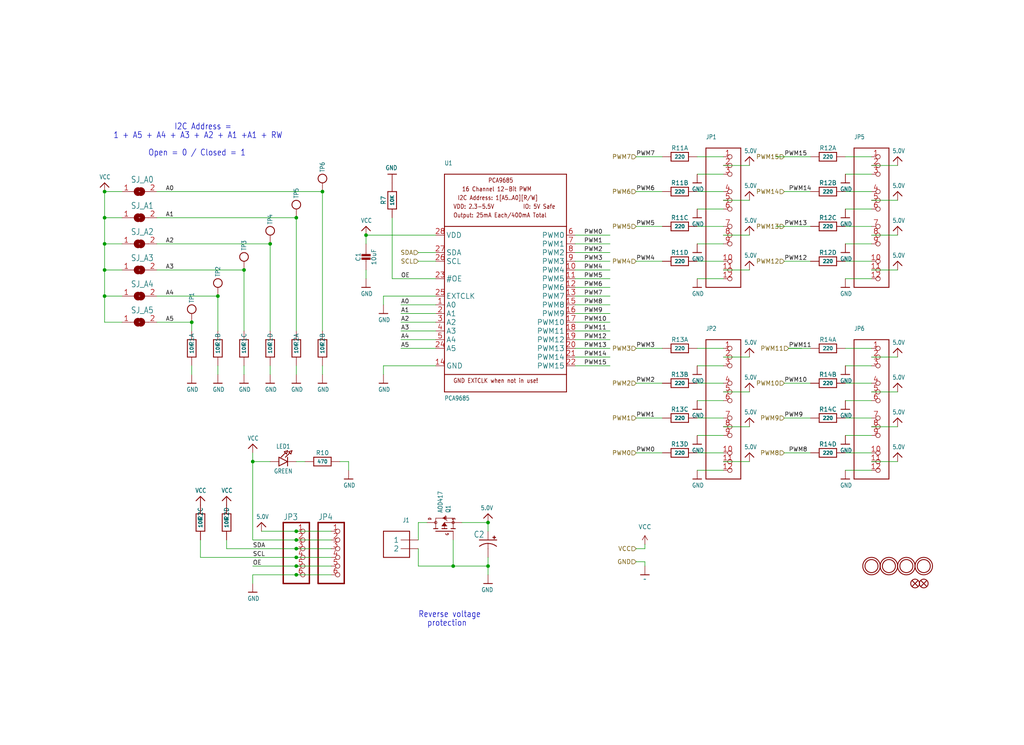
<source format=kicad_sch>
(kicad_sch (version 20250114) (generator "eeschema") (generator_version "9.0")
  (paper "User" 298.45 217.322)
  (text "1 + A5 + A4 + A3 + A2 + A1 +A1 + RW" (at 33.02 40.64 0) (effects (font (size 1.778 1.5113)) (justify left bottom)))
  (text "Open = 0 / Closed = 1" (at 43.18 45.72 0) (effects (font (size 1.778 1.5113)) (justify left bottom)))
  (text "Reverse voltage" (at 121.92 180.34 0) (effects (font (size 1.778 1.5113)) (justify left bottom)))
  (text "I2C Address =" (at 50.8 38.1 0) (effects (font (size 1.778 1.5113)) (justify left bottom)))
  (text "protection" (at 124.46 182.88 0) (effects (font (size 1.778 1.5113)) (justify left bottom)))
  (junction (at 30.48 86.36))
  (junction (at 86.36 63.5))
  (junction (at 73.66 134.62))
  (junction (at 142.24 165.1))
  (junction (at 86.36 162.56))
  (junction (at 132.08 165.1))
  (junction (at 30.48 71.12))
  (junction (at 30.48 78.74))
  (junction (at 78.74 71.12))
  (junction (at 86.36 157.48))
  (junction (at 30.48 63.5))
  (junction (at 86.36 165.1))
  (junction (at 30.48 55.88))
  (junction (at 86.36 154.94))
  (junction (at 63.5 86.36))
  (junction (at 55.88 93.98))
  (junction (at 86.36 160.02))
  (junction (at 106.68 68.58))
  (junction (at 86.36 167.64))
  (junction (at 71.12 78.74))
  (junction (at 93.98 55.88))
  (junction (at 142.24 152.4))
  (wire (pts (xy 121.92 165.1) (xy 121.92 160.02)) (stroke (width 0.1524)))
  (wire (pts (xy 254 81.28) (xy 246.38 81.28)) (stroke (width 0.1524)))
  (wire (pts (xy 121.92 73.66) (xy 127 73.66)))
  (wire (pts (xy 236.22 111.76) (xy 228.6 111.76)) (stroke (width 0.1524)))
  (wire (pts (xy 193.04 101.6) (xy 185.42 101.6)) (stroke (width 0.1524)))
  (wire (pts (xy 229.87 101.6) (xy 236.22 101.6)) (stroke (width 0.1524)))
  (wire (pts (xy 142.24 152.4) (xy 142.24 154.94)) (stroke (width 0.1524)))
  (wire (pts (xy 30.48 71.12) (xy 30.48 63.5)) (stroke (width 0.1524)))
  (wire (pts (xy 93.98 106.68) (xy 93.98 109.22)) (stroke (width 0.1524)))
  (wire (pts (xy 203.2 55.88) (xy 210.82 55.88)) (stroke (width 0.1524)))
  (wire (pts (xy 210.82 78.74) (xy 218.44 78.74)) (stroke (width 0.1524)))
  (wire (pts (xy 124.46 152.4) (xy 121.92 152.4)) (stroke (width 0.1524)))
  (wire (pts (xy 99.06 134.62) (xy 101.6 134.62)) (stroke (width 0.1524)))
  (wire (pts (xy 93.98 55.88) (xy 93.98 96.52)) (stroke (width 0.1524)))
  (wire (pts (xy 236.22 121.92) (xy 228.6 121.92)) (stroke (width 0.1524)))
  (wire (pts (xy 111.76 86.36) (xy 111.76 88.9)) (stroke (width 0.1524)))
  (wire (pts (xy 30.48 78.74) (xy 30.48 71.12)) (stroke (width 0.1524)))
  (wire (pts (xy 132.08 157.48) (xy 132.08 165.1)) (stroke (width 0.1524)))
  (wire (pts (xy 121.92 152.4) (xy 121.92 157.48)) (stroke (width 0.1524)))
  (wire (pts (xy 203.2 121.92) (xy 210.82 121.92)) (stroke (width 0.1524)))
  (wire (pts (xy 236.22 66.04) (xy 228.6 66.04)) (stroke (width 0.1524)))
  (wire (pts (xy 236.22 76.2) (xy 228.6 76.2)) (stroke (width 0.1524)))
  (wire (pts (xy 246.38 45.72) (xy 254 45.72)) (stroke (width 0.1524)))
  (wire (pts (xy 187.96 163.83) (xy 187.96 165.1)))
  (wire (pts (xy 35.56 93.98) (xy 30.48 93.98)) (stroke (width 0.1524)))
  (wire (pts (xy 101.6 134.62) (xy 101.6 137.16)) (stroke (width 0.1524)))
  (wire (pts (xy 121.92 76.2) (xy 127 76.2)))
  (wire (pts (xy 254 106.68) (xy 246.38 106.68)) (stroke (width 0.1524)))
  (wire (pts (xy 167.64 71.12) (xy 177.8 71.12)) (stroke (width 0.1524)))
  (wire (pts (xy 45.72 63.5) (xy 86.36 63.5)) (stroke (width 0.1524)))
  (wire (pts (xy 254 78.74) (xy 261.62 78.74)) (stroke (width 0.1524)))
  (wire (pts (xy 246.38 55.88) (xy 254 55.88)) (stroke (width 0.1524)))
  (wire (pts (xy 210.82 71.12) (xy 203.2 71.12)) (stroke (width 0.1524)))
  (wire (pts (xy 167.64 83.82) (xy 177.8 83.82)) (stroke (width 0.1524)))
  (wire (pts (xy 167.64 73.66) (xy 177.8 73.66)) (stroke (width 0.1524)))
  (wire (pts (xy 210.82 134.62) (xy 218.44 134.62)) (stroke (width 0.1524)))
  (wire (pts (xy 86.36 154.94) (xy 96.52 154.94)) (stroke (width 0.1524)))
  (wire (pts (xy 45.72 71.12) (xy 78.74 71.12)) (stroke (width 0.1524)))
  (wire (pts (xy 246.38 101.6) (xy 254 101.6)) (stroke (width 0.1524)))
  (wire (pts (xy 73.66 134.62) (xy 78.74 134.62)) (stroke (width 0.1524)))
  (wire (pts (xy 45.72 93.98) (xy 55.88 93.98)) (stroke (width 0.1524)))
  (wire (pts (xy 193.04 132.08) (xy 185.42 132.08)) (stroke (width 0.1524)))
  (wire (pts (xy 78.74 106.68) (xy 78.74 109.22)) (stroke (width 0.1524)))
  (wire (pts (xy 127 88.9) (xy 116.84 88.9)) (stroke (width 0.1524)))
  (wire (pts (xy 167.64 86.36) (xy 177.8 86.36)) (stroke (width 0.1524)))
  (wire (pts (xy 167.64 76.2) (xy 177.8 76.2)) (stroke (width 0.1524)))
  (wire (pts (xy 167.64 78.74) (xy 177.8 78.74)) (stroke (width 0.1524)))
  (wire (pts (xy 96.52 162.56) (xy 86.36 162.56)) (stroke (width 0.1524)))
  (wire (pts (xy 86.36 160.02) (xy 66.04 160.02)) (stroke (width 0.1524)))
  (wire (pts (xy 86.36 162.56) (xy 58.42 162.56)) (stroke (width 0.1524)))
  (wire (pts (xy 127 86.36) (xy 111.76 86.36)) (stroke (width 0.1524)))
  (wire (pts (xy 73.66 157.48) (xy 73.66 134.62)) (stroke (width 0.1524)))
  (wire (pts (xy 210.82 137.16) (xy 203.2 137.16)) (stroke (width 0.1524)))
  (wire (pts (xy 73.66 134.62) (xy 73.66 132.08)) (stroke (width 0.1524)))
  (wire (pts (xy 185.42 163.83) (xy 187.96 163.83)))
  (wire (pts (xy 96.52 160.02) (xy 86.36 160.02)) (stroke (width 0.1524)))
  (wire (pts (xy 254 134.62) (xy 261.62 134.62)) (stroke (width 0.1524)))
  (wire (pts (xy 187.96 160.02) (xy 187.96 158.75)))
  (wire (pts (xy 254 124.46) (xy 261.62 124.46)) (stroke (width 0.1524)))
  (wire (pts (xy 45.72 55.88) (xy 93.98 55.88)) (stroke (width 0.1524)))
  (wire (pts (xy 254 116.84) (xy 246.38 116.84)) (stroke (width 0.1524)))
  (wire (pts (xy 167.64 68.58) (xy 177.8 68.58)) (stroke (width 0.1524)))
  (wire (pts (xy 86.36 157.48) (xy 73.66 157.48)) (stroke (width 0.1524)))
  (wire (pts (xy 167.64 81.28) (xy 177.8 81.28)) (stroke (width 0.1524)))
  (wire (pts (xy 228.6 66.04) (xy 226.06 66.04)))
  (wire (pts (xy 167.64 106.68) (xy 177.8 106.68)) (stroke (width 0.1524)))
  (wire (pts (xy 35.56 71.12) (xy 30.48 71.12)) (stroke (width 0.1524)))
  (wire (pts (xy 210.82 81.28) (xy 203.2 81.28)) (stroke (width 0.1524)))
  (wire (pts (xy 111.76 106.68) (xy 111.76 109.22)) (stroke (width 0.1524)))
  (wire (pts (xy 58.42 162.56) (xy 58.42 157.48)) (stroke (width 0.1524)))
  (wire (pts (xy 254 127) (xy 246.38 127)) (stroke (width 0.1524)))
  (wire (pts (xy 142.24 165.1) (xy 132.08 165.1)) (stroke (width 0.1524)))
  (wire (pts (xy 193.04 76.2) (xy 185.42 76.2)) (stroke (width 0.1524)))
  (wire (pts (xy 210.82 127) (xy 203.2 127)) (stroke (width 0.1524)))
  (wire (pts (xy 66.04 160.02) (xy 66.04 157.48)) (stroke (width 0.1524)))
  (wire (pts (xy 210.82 124.46) (xy 218.44 124.46)) (stroke (width 0.1524)))
  (wire (pts (xy 127 99.06) (xy 116.84 99.06)) (stroke (width 0.1524)))
  (wire (pts (xy 254 114.3) (xy 261.62 114.3)) (stroke (width 0.1524)))
  (wire (pts (xy 86.36 167.64) (xy 73.66 167.64)) (stroke (width 0.1524)))
  (wire (pts (xy 114.3 81.28) (xy 114.3 63.5)) (stroke (width 0.1524)))
  (wire (pts (xy 254 50.8) (xy 246.38 50.8)) (stroke (width 0.1524)))
  (wire (pts (xy 193.04 66.04) (xy 185.42 66.04)) (stroke (width 0.1524)))
  (wire (pts (xy 167.64 96.52) (xy 177.8 96.52)) (stroke (width 0.1524)))
  (wire (pts (xy 127 106.68) (xy 111.76 106.68)) (stroke (width 0.1524)))
  (wire (pts (xy 254 104.14) (xy 261.62 104.14)) (stroke (width 0.1524)))
  (wire (pts (xy 229.87 101.6) (xy 233.68 101.6)))
  (wire (pts (xy 246.38 76.2) (xy 254 76.2)) (stroke (width 0.1524)))
  (wire (pts (xy 167.64 104.14) (xy 177.8 104.14)) (stroke (width 0.1524)))
  (wire (pts (xy 167.64 93.98) (xy 177.8 93.98)) (stroke (width 0.1524)))
  (wire (pts (xy 142.24 162.56) (xy 142.24 165.1)) (stroke (width 0.1524)))
  (wire (pts (xy 127 81.28) (xy 114.3 81.28)) (stroke (width 0.1524)))
  (wire (pts (xy 210.82 48.26) (xy 218.44 48.26)) (stroke (width 0.1524)))
  (wire (pts (xy 210.82 104.14) (xy 218.44 104.14)) (stroke (width 0.1524)))
  (wire (pts (xy 210.82 58.42) (xy 218.44 58.42)) (stroke (width 0.1524)))
  (wire (pts (xy 167.64 88.9) (xy 177.8 88.9)) (stroke (width 0.1524)))
  (wire (pts (xy 193.04 111.76) (xy 185.42 111.76)) (stroke (width 0.1524)))
  (wire (pts (xy 35.56 63.5) (xy 30.48 63.5)) (stroke (width 0.1524)))
  (wire (pts (xy 55.88 106.68) (xy 55.88 109.22)) (stroke (width 0.1524)))
  (wire (pts (xy 210.82 50.8) (xy 203.2 50.8)) (stroke (width 0.1524)))
  (wire (pts (xy 167.64 101.6) (xy 177.8 101.6)) (stroke (width 0.1524)))
  (wire (pts (xy 254 58.42) (xy 261.62 58.42)) (stroke (width 0.1524)))
  (wire (pts (xy 55.88 93.98) (xy 55.88 96.52)) (stroke (width 0.1524)))
  (wire (pts (xy 203.2 76.2) (xy 210.82 76.2)) (stroke (width 0.1524)))
  (wire (pts (xy 78.74 71.12) (xy 78.74 96.52)) (stroke (width 0.1524)))
  (wire (pts (xy 76.2 154.94) (xy 86.36 154.94)) (stroke (width 0.1524)))
  (wire (pts (xy 210.82 106.68) (xy 203.2 106.68)) (stroke (width 0.1524)))
  (wire (pts (xy 210.82 114.3) (xy 218.44 114.3)) (stroke (width 0.1524)))
  (wire (pts (xy 63.5 86.36) (xy 63.5 96.52)) (stroke (width 0.1524)))
  (wire (pts (xy 86.36 63.5) (xy 86.36 96.52)) (stroke (width 0.1524)))
  (wire (pts (xy 246.38 132.08) (xy 254 132.08)) (stroke (width 0.1524)))
  (wire (pts (xy 45.72 78.74) (xy 71.12 78.74)) (stroke (width 0.1524)))
  (wire (pts (xy 86.36 165.1) (xy 73.66 165.1)) (stroke (width 0.1524)))
  (wire (pts (xy 203.2 45.72) (xy 210.82 45.72)) (stroke (width 0.1524)))
  (wire (pts (xy 30.48 93.98) (xy 30.48 86.36)) (stroke (width 0.1524)))
  (wire (pts (xy 246.38 111.76) (xy 254 111.76)) (stroke (width 0.1524)))
  (wire (pts (xy 228.6 55.88) (xy 236.22 55.88)) (stroke (width 0.1524)))
  (wire (pts (xy 63.5 106.68) (xy 63.5 109.22)) (stroke (width 0.1524)))
  (wire (pts (xy 127 101.6) (xy 116.84 101.6)) (stroke (width 0.1524)))
  (wire (pts (xy 203.2 132.08) (xy 210.82 132.08)) (stroke (width 0.1524)))
  (wire (pts (xy 254 137.16) (xy 246.38 137.16)) (stroke (width 0.1524)))
  (wire (pts (xy 210.82 68.58) (xy 218.44 68.58)) (stroke (width 0.1524)))
  (wire (pts (xy 203.2 101.6) (xy 210.82 101.6)) (stroke (width 0.1524)))
  (wire (pts (xy 86.36 106.68) (xy 86.36 109.22)) (stroke (width 0.1524)))
  (wire (pts (xy 246.38 66.04) (xy 254 66.04)) (stroke (width 0.1524)))
  (wire (pts (xy 127 91.44) (xy 116.84 91.44)) (stroke (width 0.1524)))
  (wire (pts (xy 228.6 132.08) (xy 236.22 132.08)))
  (wire (pts (xy 35.56 78.74) (xy 30.48 78.74)) (stroke (width 0.1524)))
  (wire (pts (xy 35.56 86.36) (xy 30.48 86.36)) (stroke (width 0.1524)))
  (wire (pts (xy 167.64 99.06) (xy 177.8 99.06)) (stroke (width 0.1524)))
  (wire (pts (xy 96.52 165.1) (xy 86.36 165.1)) (stroke (width 0.1524)))
  (wire (pts (xy 254 68.58) (xy 261.62 68.58)) (stroke (width 0.1524)))
  (wire (pts (xy 134.62 152.4) (xy 142.24 152.4)) (stroke (width 0.1524)))
  (wire (pts (xy 132.08 165.1) (xy 121.92 165.1)) (stroke (width 0.1524)))
  (wire (pts (xy 45.72 86.36) (xy 63.5 86.36)) (stroke (width 0.1524)))
  (wire (pts (xy 185.42 160.02) (xy 187.96 160.02)))
  (wire (pts (xy 193.04 121.92) (xy 185.42 121.92)) (stroke (width 0.1524)))
  (wire (pts (xy 236.22 45.72) (xy 228.6 45.72)) (stroke (width 0.1524)))
  (wire (pts (xy 203.2 66.04) (xy 210.82 66.04)) (stroke (width 0.1524)))
  (wire (pts (xy 96.52 157.48) (xy 86.36 157.48)) (stroke (width 0.1524)))
  (wire (pts (xy 210.82 60.96) (xy 203.2 60.96)) (stroke (width 0.1524)))
  (wire (pts (xy 254 60.96) (xy 246.38 60.96)) (stroke (width 0.1524)))
  (wire (pts (xy 246.38 121.92) (xy 254 121.92)) (stroke (width 0.1524)))
  (wire (pts (xy 71.12 106.68) (xy 71.12 109.22)) (stroke (width 0.1524)))
  (wire (pts (xy 106.68 68.58) (xy 127 68.58)) (stroke (width 0.1524)))
  (wire (pts (xy 73.66 167.64) (xy 73.66 170.18)) (stroke (width 0.1524)))
  (wire (pts (xy 142.24 165.1) (xy 142.24 167.64)) (stroke (width 0.1524)))
  (wire (pts (xy 30.48 63.5) (xy 30.48 55.88)) (stroke (width 0.1524)))
  (wire (pts (xy 167.64 91.44) (xy 177.8 91.44)) (stroke (width 0.1524)))
  (wire (pts (xy 193.04 45.72) (xy 185.42 45.72)) (stroke (width 0.1524)))
  (wire (pts (xy 106.68 78.74) (xy 106.68 81.28)) (stroke (width 0.1524)))
  (wire (pts (xy 203.2 111.76) (xy 210.82 111.76)) (stroke (width 0.1524)))
  (wire (pts (xy 127 96.52) (xy 116.84 96.52)) (stroke (width 0.1524)))
  (wire (pts (xy 96.52 167.64) (xy 86.36 167.64)) (stroke (width 0.1524)))
  (wire (pts (xy 127 93.98) (xy 116.84 93.98)) (stroke (width 0.1524)))
  (wire (pts (xy 71.12 78.74) (xy 71.12 96.52)) (stroke (width 0.1524)))
  (wire (pts (xy 254 71.12) (xy 246.38 71.12)) (stroke (width 0.1524)))
  (wire (pts (xy 35.56 55.88) (xy 30.48 55.88)) (stroke (width 0.1524)))
  (wire (pts (xy 254 48.26) (xy 261.62 48.26)) (stroke (width 0.1524)))
  (wire (pts (xy 106.68 68.58) (xy 106.68 71.12)) (stroke (width 0.1524)))
  (wire (pts (xy 185.42 55.88) (xy 193.04 55.88)) (stroke (width 0.1524)))
  (wire (pts (xy 228.6 45.72) (xy 226.06 45.72)))
  (wire (pts (xy 30.48 86.36) (xy 30.48 78.74)) (stroke (width 0.1524)))
  (wire (pts (xy 86.36 134.62) (xy 88.9 134.62)) (stroke (width 0.1524)))
  (wire (pts (xy 210.82 116.84) (xy 203.2 116.84)) (stroke (width 0.1524)))
  (label "PWM15" (at 170.18 106.68 0) (effects (font (size 1.2446 1.2446))))
  (label "OE" (at 116.84 81.28 0) (effects (font (size 1.2446 1.2446))))
  (label "PWM8" (at 229.87 132.08 0) (effects (font (size 1.2446 1.2446))))
  (label "A0" (at 48.26 55.88 0) (effects (font (size 1.2446 1.2446))))
  (label "PWM13" (at 170.18 101.6 0) (effects (font (size 1.2446 1.2446))))
  (label "A5" (at 48.26 93.98 0) (effects (font (size 1.2446 1.2446))))
  (label "A1" (at 116.84 91.44 0) (effects (font (size 1.2446 1.2446))))
  (label "PWM3" (at 185.42 101.6 0) (effects (font (size 1.2446 1.2446))))
  (label "SCL" (at 73.66 162.56 0) (effects (font (size 1.2446 1.2446))))
  (label "PWM2" (at 170.18 73.66 0) (effects (font (size 1.2446 1.2446))))
  (label "A0" (at 116.84 88.9 0) (effects (font (size 1.2446 1.2446))))
  (label "PWM5" (at 185.42 66.04 0) (effects (font (size 1.2446 1.2446))))
  (label "PWM0" (at 170.18 68.58 0) (effects (font (size 1.2446 1.2446))))
  (label "PWM15" (at 228.6 45.72 0) (effects (font (size 1.2446 1.2446))))
  (label "PWM8" (at 170.18 88.9 0) (effects (font (size 1.2446 1.2446))))
  (label "A3" (at 116.84 96.52 0) (effects (font (size 1.2446 1.2446))))
  (label "PWM6" (at 185.42 55.88 0) (effects (font (size 1.2446 1.2446))))
  (label "PWM10" (at 228.6 111.76 0) (effects (font (size 1.2446 1.2446))))
  (label "A4" (at 116.84 99.06 0) (effects (font (size 1.2446 1.2446))))
  (label "PWM7" (at 185.42 45.72 0) (effects (font (size 1.2446 1.2446))))
  (label "PWM0" (at 185.42 132.08 0) (effects (font (size 1.2446 1.2446))))
  (label "OE" (at 73.66 165.1 0) (effects (font (size 1.2446 1.2446))))
  (label "PWM2" (at 185.42 111.76 0) (effects (font (size 1.2446 1.2446))))
  (label "A1" (at 48.26 63.5 0) (effects (font (size 1.2446 1.2446))))
  (label "A5" (at 116.84 101.6 0) (effects (font (size 1.2446 1.2446))))
  (label "PWM13" (at 228.6 66.04 0) (effects (font (size 1.2446 1.2446))))
  (label "PWM14" (at 170.18 104.14 0) (effects (font (size 1.2446 1.2446))))
  (label "PWM12" (at 170.18 99.06 0) (effects (font (size 1.2446 1.2446))))
  (label "PWM12" (at 228.6 76.2 0) (effects (font (size 1.2446 1.2446))))
  (label "PWM14" (at 229.87 55.88 0) (effects (font (size 1.2446 1.2446))))
  (label "PWM1" (at 185.42 121.92 0) (effects (font (size 1.2446 1.2446))))
  (label "A2" (at 116.84 93.98 0) (effects (font (size 1.2446 1.2446))))
  (label "PWM1" (at 170.18 71.12 0) (effects (font (size 1.2446 1.2446))))
  (label "PWM9" (at 170.18 91.44 0) (effects (font (size 1.2446 1.2446))))
  (label "A4" (at 48.26 86.36 0) (effects (font (size 1.2446 1.2446))))
  (label "PWM7" (at 170.18 86.36 0) (effects (font (size 1.2446 1.2446))))
  (label "SDA" (at 73.66 160.02 0) (effects (font (size 1.2446 1.2446))))
  (label "PWM6" (at 170.18 83.82 0) (effects (font (size 1.2446 1.2446))))
  (label "PWM11" (at 170.18 96.52 0) (effects (font (size 1.2446 1.2446))))
  (label "A3" (at 48.26 78.74 0) (effects (font (size 1.2446 1.2446))))
  (label "PWM11" (at 229.87 101.6 0) (effects (font (size 1.2446 1.2446))))
  (label "PWM9" (at 228.6 121.92 0) (effects (font (size 1.2446 1.2446))))
  (label "PWM10" (at 170.18 93.98 0) (effects (font (size 1.2446 1.2446))))
  (label "PWM3" (at 170.18 76.2 0) (effects (font (size 1.2446 1.2446))))
  (label "A2" (at 48.26 71.12 0) (effects (font (size 1.2446 1.2446))))
  (label "PWM4" (at 185.42 76.2 0) (effects (font (size 1.2446 1.2446))))
  (label "PWM4" (at 170.18 78.74 0) (effects (font (size 1.2446 1.2446))))
  (label "PWM5" (at 170.18 81.28 0) (effects (font (size 1.2446 1.2446))))
  (hierarchical_label "PWM0" (shape input) (at 185.42 132.08 180))
  (hierarchical_label "PWM11" (shape input) (at 229.87 101.6 180))
  (hierarchical_label "PWM3" (shape input) (at 185.42 101.6 180))
  (hierarchical_label "PWM12" (shape input) (at 228.6 76.2 180))
  (hierarchical_label "PWM5" (shape input) (at 185.42 66.04 180))
  (hierarchical_label "SCL" (shape input) (at 121.92 76.2 180))
  (hierarchical_label "PWM1" (shape input) (at 185.42 121.92 180))
  (hierarchical_label "PWM8" (shape input) (at 228.6 132.08 180))
  (hierarchical_label "PWM2" (shape input) (at 185.42 111.76 180))
  (hierarchical_label "PWM15" (shape input) (at 228.6 45.72 180))
  (hierarchical_label "VCC" (shape input) (at 185.42 160.02 180))
  (hierarchical_label "GND" (shape input) (at 185.42 163.83 180))
  (hierarchical_label "PWM7" (shape input) (at 185.42 45.72 180))
  (hierarchical_label "PWM4" (shape input) (at 185.42 76.2 180))
  (hierarchical_label "PWM10" (shape input) (at 228.6 111.76 180))
  (hierarchical_label "PWM9" (shape input) (at 228.6 121.92 180))
  (hierarchical_label "SDA" (shape input) (at 121.92 73.66 180))
  (hierarchical_label "PWM6" (shape input) (at 185.42 55.88 180))
  (hierarchical_label "PWM13" (shape input) (at 228.6 66.04 180))
  (hierarchical_label "PWM14" (shape input) (at 228.6 55.88 180))
  (symbol (lib_id "Adafruit PCA9685 rev C-eagle-import:microbuilder_5.0V") (at 218.44 66.04 0) (unit 1)
    (property "Reference" "#U$4" (effects (hide yes)))
    (property "Value" "5.0V" (at 216.916 65.024 0) (effects (font (size 1.27 1.0795)) (justify left bottom)))
  )
  (symbol (lib_id "Adafruit PCA9685 rev C-eagle-import:microbuilder_5.0V") (at 261.62 101.6 0) (unit 1)
    (property "Reference" "#U$14" (effects (hide yes)))
    (property "Value" "5.0V" (at 260.096 100.584 0) (effects (font (size 1.27 1.0795)) (justify left bottom)))
  )
  (symbol (lib_id "Adafruit PCA9685 rev C-eagle-import:microbuilder_5.0V") (at 218.44 121.92 0) (unit 1)
    (property "Reference" "#U$8" (effects (hide yes)))
    (property "Value" "5.0V" (at 216.916 120.904 0) (effects (font (size 1.27 1.0795)) (justify left bottom)))
  )
  (symbol (lib_id "Adafruit PCA9685 rev C-eagle-import:microbuilder_TESTPOINTROUND1MM") (at 78.74 71.12 0) (unit 1)
    (property "Reference" "TP4" (at 78.74 65.532 90) (effects (font (size 1.27 1.0795)) (justify left)))
    (property "Value" "TESTPOINTROUND1MM" (effects (hide yes)))
    (property "Footprint" "Adafruit PCA9685 rev C:TESTPOINT_ROUND_1MM" (effects (hide yes)))
  )
  (symbol (lib_id "Adafruit PCA9685 rev C-eagle-import:microbuilder_5.0V") (at 261.62 121.92 0) (unit 1)
    (property "Reference" "#U$16" (effects (hide yes)))
    (property "Value" "5.0V" (at 260.096 120.904 0) (effects (font (size 1.27 1.0795)) (justify left bottom)))
  )
  (symbol (lib_id "Adafruit PCA9685 rev C-eagle-import:adafruit_PINHD-1X6CB") (at 99.06 162.56 0) (unit 1)
    (property "Reference" "JP4" (at 92.71 151.765 0) (effects (font (size 1.778 1.5113)) (justify left bottom)))
    (property "Value" "PINHD-1X6CB" (effects (hide yes)))
    (property "Footprint" "Adafruit PCA9685 rev C:1X06-CLEANBIG" (effects (hide yes)))
  )
  (symbol (lib_id "Adafruit PCA9685 rev C-eagle-import:microbuilder_RESISTOR_4PACK") (at 198.12 45.72 0) (unit 1)
    (property "Reference" "R11" (at 198.12 43.18 0))
    (property "Value" "220" (at 198.12 45.72 0) (effects (font (size 1.016 1.016) (thickness 0.2032) (bold yes))))
    (property "Footprint" "Adafruit PCA9685 rev C:RESPACK_4X0603" (effects (hide yes)))
  )
  (symbol (lib_id "Adafruit PCA9685 rev C-eagle-import:microbuilder_RESISTOR_4PACK") (at 93.98 101.6 90) (unit 2)
    (property "Reference" "R2" (at 93.98 99.06 0))
    (property "Value" "10K" (at 93.98 101.6 0) (effects (font (size 1.016 1.016) (thickness 0.2032) (bold yes))))
    (property "Footprint" "Adafruit PCA9685 rev C:RESPACK_4X0603" (effects (hide yes)))
  )
  (symbol (lib_id "Adafruit PCA9685 rev C-eagle-import:microbuilder_RESISTOR_4PACK") (at 198.12 55.88 0) (unit 2)
    (property "Reference" "R11" (at 198.12 53.34 0))
    (property "Value" "220" (at 198.12 55.88 0) (effects (font (size 1.016 1.016) (thickness 0.2032) (bold yes))))
    (property "Footprint" "Adafruit PCA9685 rev C:RESPACK_4X0603" (effects (hide yes)))
  )
  (symbol (lib_id "Adafruit PCA9685 rev C-eagle-import:microbuilder_5.0V") (at 218.44 55.88 0) (unit 1)
    (property "Reference" "#U$3" (effects (hide yes)))
    (property "Value" "5.0V" (at 216.916 54.864 0) (effects (font (size 1.27 1.0795)) (justify left bottom)))
  )
  (symbol (lib_id "Adafruit PCA9685 rev C-eagle-import:microbuilder_GND") (at 93.98 111.76 0) (unit 1)
    (property "Reference" "#U$41" (effects (hide yes)))
    (property "Value" "GND" (at 92.456 114.3 0) (effects (font (size 1.27 1.0795)) (justify left bottom)))
  )
  (symbol (lib_id "Adafruit PCA9685 rev C-eagle-import:microbuilder_VCC") (at 106.68 66.04 0) (unit 1)
    (property "Reference" "#P+7" (effects (hide yes)))
    (property "Value" "VCC" (at 105.156 65.024 0) (effects (font (size 1.27 1.0795)) (justify left bottom)))
  )
  (symbol (lib_id "Adafruit PCA9685 rev C-eagle-import:microbuilder_GND") (at 203.2 53.34 0) (unit 1)
    (property "Reference" "#U$18" (effects (hide yes)))
    (property "Value" "GND" (at 201.676 55.88 0) (effects (font (size 1.27 1.0795)) (justify left bottom)))
  )
  (symbol (lib_id "Adafruit PCA9685 rev C-eagle-import:microbuilder_RESISTOR_0805MP") (at 93.98 134.62 0) (unit 1)
    (property "Reference" "R10" (at 93.98 132.08 0))
    (property "Value" "470" (at 93.98 134.62 0) (effects (font (size 1.016 1.016) (thickness 0.2032) (bold yes))))
    (property "Footprint" "Adafruit PCA9685 rev C:_0805MP" (effects (hide yes)))
  )
  (symbol (lib_id "Adafruit PCA9685 rev C-eagle-import:microbuilder_GND") (at 111.76 91.44 0) (unit 1)
    (property "Reference" "#U$34" (effects (hide yes)))
    (property "Value" "GND" (at 110.236 93.98 0) (effects (font (size 1.27 1.0795)) (justify left bottom)))
  )
  (symbol (lib_id "Adafruit PCA9685 rev C-eagle-import:microbuilder_MOUNTINGHOLE2.5") (at 264.16 165.1 0) (unit 1)
    (property "Reference" "U$48" (effects (hide yes)))
    (property "Value" "MOUNTINGHOLE2.5" (effects (hide yes)))
    (property "Footprint" "Adafruit PCA9685 rev C:MOUNTINGHOLE_2.5_PLATED" (effects (hide yes)))
  )
  (symbol (lib_id "Adafruit PCA9685 rev C-eagle-import:microbuilder_GND") (at 101.6 139.7 0) (unit 1)
    (property "Reference" "#U$43" (effects (hide yes)))
    (property "Value" "GND" (at 100.076 142.24 0) (effects (font (size 1.27 1.0795)) (justify left bottom)))
  )
  (symbol (lib_id "Adafruit PCA9685 rev C-eagle-import:microbuilder_5.0V") (at 261.62 132.08 0) (unit 1)
    (property "Reference" "#U$17" (effects (hide yes)))
    (property "Value" "5.0V" (at 260.096 131.064 0) (effects (font (size 1.27 1.0795)) (justify left bottom)))
  )
  (symbol (lib_id "Adafruit PCA9685 rev C-eagle-import:microbuilder_GND") (at 73.66 172.72 0) (unit 1)
    (property "Reference" "#U$44" (effects (hide yes)))
    (property "Value" "GND" (at 72.136 175.26 0) (effects (font (size 1.27 1.0795)) (justify left bottom)))
  )
  (symbol (lib_id "Adafruit PCA9685 rev C-eagle-import:microbuilder_VCC") (at 58.42 144.78 0) (unit 1)
    (property "Reference" "#P+11" (effects (hide yes)))
    (property "Value" "VCC" (at 56.896 143.764 0) (effects (font (size 1.27 1.0795)) (justify left bottom)))
  )
  (symbol (lib_id "Adafruit PCA9685 rev C-eagle-import:microbuilder_5.0V") (at 218.44 101.6 0) (unit 1)
    (property "Reference" "#U$6" (effects (hide yes)))
    (property "Value" "5.0V" (at 216.916 100.584 0) (effects (font (size 1.27 1.0795)) (justify left bottom)))
  )
  (symbol (lib_id "Adafruit PCA9685 rev C-eagle-import:microbuilder_RESISTOR0805_NOOUTLINE") (at 114.3 58.42 90) (unit 1)
    (property "Reference" "R7" (at 111.76 58.42 0))
    (property "Value" "10K" (at 114.3 58.42 0) (effects (font (size 1.016 1.016) (thickness 0.2032) (bold yes))))
    (property "Footprint" "Adafruit PCA9685 rev C:0805-NO" (effects (hide yes)))
  )
  (symbol (lib_id "Adafruit PCA9685 rev C-eagle-import:microbuilder_RESISTOR_4PACK") (at 241.3 132.08 0) (unit 4)
    (property "Reference" "R14" (at 241.3 129.54 0))
    (property "Value" "220" (at 241.3 132.08 0) (effects (font (size 1.016 1.016) (thickness 0.2032) (bold yes))))
    (property "Footprint" "Adafruit PCA9685 rev C:RESPACK_4X0603" (effects (hide yes)))
  )
  (symbol (lib_id "Adafruit PCA9685 rev C-eagle-import:microbuilder_GND") (at 246.38 109.22 0) (unit 1)
    (property "Reference" "#U$27" (effects (hide yes)))
    (property "Value" "GND" (at 244.856 111.76 0) (effects (font (size 1.27 1.0795)) (justify left bottom)))
  )
  (symbol (lib_id "Adafruit PCA9685 rev C-eagle-import:microbuilder_GND") (at 203.2 119.38 0) (unit 1)
    (property "Reference" "#U$23" (effects (hide yes)))
    (property "Value" "GND" (at 201.676 121.92 0) (effects (font (size 1.27 1.0795)) (justify left bottom)))
  )
  (symbol (lib_id "Adafruit PCA9685 rev C-eagle-import:microbuilder_RESISTOR_4PACK") (at 241.3 101.6 0) (unit 1)
    (property "Reference" "R14" (at 241.3 99.06 0))
    (property "Value" "220" (at 241.3 101.6 0) (effects (font (size 1.016 1.016) (thickness 0.2032) (bold yes))))
    (property "Footprint" "Adafruit PCA9685 rev C:RESPACK_4X0603" (effects (hide yes)))
  )
  (symbol (lib_id "Adafruit PCA9685 rev C-eagle-import:microbuilder_SOLDERJUMPERREFLOW_NOPASTE") (at 40.64 63.5 0) (unit 1)
    (property "Reference" "SJ_A1" (at 38.1 60.96 0) (effects (font (size 1.778 1.5113)) (justify left bottom)))
    (property "Value" "SOLDERJUMPERREFLOW_NOPASTE" (effects (hide yes)))
    (property "Footprint" "Adafruit PCA9685 rev C:SOLDERJUMPER_REFLOW_NOPASTE" (effects (hide yes)))
  )
  (symbol (lib_id "Adafruit PCA9685 rev C-eagle-import:microbuilder_LED0805_NOOUTLINE") (at 83.82 134.62 0) (unit 1)
    (property "Reference" "LED1" (at 82.55 130.175 0) (effects (font (size 1.27 1.0795))))
    (property "Value" "GREEN" (at 82.55 137.414 0) (effects (font (size 1.27 1.0795))))
    (property "Footprint" "Adafruit PCA9685 rev C:CHIPLED_0805_NOOUTLINE" (effects (hide yes)))
  )
  (symbol (lib_id "Adafruit PCA9685 rev C-eagle-import:microbuilder_RESISTOR_4PACK") (at 58.42 152.4 90) (unit 3)
    (property "Reference" "R2" (at 58.42 149.86 0))
    (property "Value" "10K" (at 58.42 152.4 0) (effects (font (size 1.016 1.016) (thickness 0.2032) (bold yes))))
    (property "Footprint" "Adafruit PCA9685 rev C:RESPACK_4X0603" (effects (hide yes)))
  )
  (symbol (lib_id "Adafruit PCA9685 rev C-eagle-import:microbuilder_FIDUCIAL{dblquote}{dblquote}") (at 269.24 170.18 0) (unit 1)
    (property "Reference" "FID1" (effects (hide yes)))
    (property "Value" "FIDUCIAL{dblquote}{dblquote}" (effects (hide yes)))
    (property "Footprint" "Adafruit PCA9685 rev C:FIDUCIAL_1MM" (effects (hide yes)))
  )
  (symbol (lib_id "Adafruit PCA9685 rev C-eagle-import:adafruit_CPOL-USE3.5-8") (at 142.24 157.48 0) (mirror y) (unit 1)
    (property "Reference" "C2" (at 141.224 156.845 0) (effects (font (size 1.778 1.5113)) (justify left bottom)))
    (property "Value" "CPOL-USE3.5-8" (effects (hide yes)))
    (property "Footprint" "Adafruit PCA9685 rev C:E3,5-8" (effects (hide yes)))
  )
  (symbol (lib_id "Adafruit PCA9685 rev C-eagle-import:microbuilder_GND") (at 111.76 111.76 0) (unit 1)
    (property "Reference" "#U$35" (effects (hide yes)))
    (property "Value" "GND" (at 110.236 114.3 0) (effects (font (size 1.27 1.0795)) (justify left bottom)))
  )
  (symbol (lib_id "Adafruit PCA9685 rev C-eagle-import:microbuilder_RESISTOR_4PACK") (at 55.88 101.6 90) (unit 1)
    (property "Reference" "R1" (at 55.88 99.06 0))
    (property "Value" "10K" (at 55.88 101.6 0) (effects (font (size 1.016 1.016) (thickness 0.2032) (bold yes))))
    (property "Footprint" "Adafruit PCA9685 rev C:RESPACK_4X0603" (effects (hide yes)))
  )
  (symbol (lib_id "Adafruit PCA9685 rev C-eagle-import:microbuilder_5.0V") (at 218.44 111.76 0) (unit 1)
    (property "Reference" "#U$7" (effects (hide yes)))
    (property "Value" "5.0V" (at 216.916 110.744 0) (effects (font (size 1.27 1.0795)) (justify left bottom)))
  )
  (symbol (lib_id "Adafruit PCA9685 rev C-eagle-import:microbuilder_TERMBLOCK_1X2") (at 116.84 160.02 0) (mirror y) (unit 1)
    (property "Reference" "J1" (at 119.38 152.4 0) (effects (font (size 1.27 1.0795)) (justify left bottom)))
    (property "Value" "TERMBLOCK_1X2" (effects (hide yes)))
    (property "Footprint" "Adafruit PCA9685 rev C:TERMBLOCK_1X2-3.5MM" (effects (hide yes)))
  )
  (symbol (lib_id "Adafruit PCA9685 rev C-eagle-import:microbuilder_RESISTOR_4PACK") (at 86.36 101.6 90) (unit 1)
    (property "Reference" "R2" (at 86.36 99.06 0))
    (property "Value" "10K" (at 86.36 101.6 0) (effects (font (size 1.016 1.016) (thickness 0.2032) (bold yes))))
    (property "Footprint" "Adafruit PCA9685 rev C:RESPACK_4X0603" (effects (hide yes)))
  )
  (symbol (lib_id "Adafruit PCA9685 rev C-eagle-import:microbuilder_GND") (at 246.38 139.7 0) (unit 1)
    (property "Reference" "#U$33" (effects (hide yes)))
    (property "Value" "GND" (at 244.856 142.24 0) (effects (font (size 1.27 1.0795)) (justify left bottom)))
  )
  (symbol (lib_id "Adafruit PCA9685 rev C-eagle-import:microbuilder_GND") (at 71.12 111.76 0) (unit 1)
    (property "Reference" "#U$38" (effects (hide yes)))
    (property "Value" "GND" (at 69.596 114.3 0) (effects (font (size 1.27 1.0795)) (justify left bottom)))
  )
  (symbol (lib_id "Adafruit PCA9685 rev C-eagle-import:microbuilder_RESISTOR_4PACK") (at 241.3 45.72 0) (unit 1)
    (property "Reference" "R12" (at 241.3 43.18 0))
    (property "Value" "220" (at 241.3 45.72 0) (effects (font (size 1.016 1.016) (thickness 0.2032) (bold yes))))
    (property "Footprint" "Adafruit PCA9685 rev C:RESPACK_4X0603" (effects (hide yes)))
  )
  (symbol (lib_id "Adafruit PCA9685 rev C-eagle-import:microbuilder_HEADER-3X04") (at 210.82 63.5 0) (unit 1)
    (property "Reference" "JP1" (at 205.74 40.64 0) (effects (font (size 1.27 1.0795)) (justify left bottom)))
    (property "Value" "HEADER-3X04" (effects (hide yes)))
    (property "Footprint" "Adafruit PCA9685 rev C:3X04" (effects (hide yes)))
  )
  (symbol (lib_id "Adafruit PCA9685 rev C-eagle-import:microbuilder_RESISTOR_4PACK") (at 63.5 101.6 90) (unit 2)
    (property "Reference" "R1" (at 63.5 99.06 0))
    (property "Value" "10K" (at 63.5 101.6 0) (effects (font (size 1.016 1.016) (thickness 0.2032) (bold yes))))
    (property "Footprint" "Adafruit PCA9685 rev C:RESPACK_4X0603" (effects (hide yes)))
  )
  (symbol (lib_id "Adafruit PCA9685 rev C-eagle-import:microbuilder_GND") (at 246.38 53.34 0) (unit 1)
    (property "Reference" "#U$31" (effects (hide yes)))
    (property "Value" "GND" (at 244.856 55.88 0) (effects (font (size 1.27 1.0795)) (justify left bottom)))
  )
  (symbol (lib_id "Adafruit PCA9685 rev C-eagle-import:microbuilder_HEADER-3X04") (at 254 119.38 0) (unit 1)
    (property "Reference" "JP6" (at 248.92 96.52 0) (effects (font (size 1.27 1.0795)) (justify left bottom)))
    (property "Value" "HEADER-3X04" (effects (hide yes)))
    (property "Footprint" "Adafruit PCA9685 rev C:3X04" (effects (hide yes)))
  )
  (symbol (lib_id "power:VCC") (at 187.96 158.75 0) (unit 1)
    (property "Reference" "#PWR05" (effects (hide yes)))
    (property "Value" "VCC" (at 187.96 153.67 0))
    (property "Description" "Power symbol creates a global label with name \"VCC\"" (effects (hide yes)))
  )
  (symbol (lib_id "Adafruit PCA9685 rev C-eagle-import:microbuilder_SOLDERJUMPERREFLOW_NOPASTE") (at 40.64 86.36 0) (unit 1)
    (property "Reference" "SJ_A4" (at 38.1 83.82 0) (effects (font (size 1.778 1.5113)) (justify left bottom)))
    (property "Value" "SOLDERJUMPERREFLOW_NOPASTE" (effects (hide yes)))
    (property "Footprint" "Adafruit PCA9685 rev C:SOLDERJUMPER_REFLOW_NOPASTE" (effects (hide yes)))
  )
  (symbol (lib_id "Adafruit PCA9685 rev C-eagle-import:microbuilder_SOLDERJUMPERREFLOW_NOPASTE") (at 40.64 93.98 0) (unit 1)
    (property "Reference" "SJ_A5" (at 38.1 91.44 0) (effects (font (size 1.778 1.5113)) (justify left bottom)))
    (property "Value" "SOLDERJUMPERREFLOW_NOPASTE" (effects (hide yes)))
    (property "Footprint" "Adafruit PCA9685 rev C:SOLDERJUMPER_REFLOW_NOPASTE" (effects (hide yes)))
  )
  (symbol (lib_id "Adafruit PCA9685 rev C-eagle-import:microbuilder_5.0V") (at 218.44 76.2 0) (unit 1)
    (property "Reference" "#U$5" (effects (hide yes)))
    (property "Value" "5.0V" (at 216.916 75.184 0) (effects (font (size 1.27 1.0795)) (justify left bottom)))
  )
  (symbol (lib_id "Adafruit PCA9685 rev C-eagle-import:microbuilder_RESISTOR_4PACK") (at 241.3 55.88 0) (unit 2)
    (property "Reference" "R12" (at 241.3 53.34 0))
    (property "Value" "220" (at 241.3 55.88 0) (effects (font (size 1.016 1.016) (thickness 0.2032) (bold yes))))
    (property "Footprint" "Adafruit PCA9685 rev C:RESPACK_4X0603" (effects (hide yes)))
  )
  (symbol (lib_id "Adafruit PCA9685 rev C-eagle-import:microbuilder_CAP_CERAMIC0805-NOOUTLINE") (at 106.68 76.2 0) (unit 1)
    (property "Reference" "C1" (at 104.39 74.95 90))
    (property "Value" "10uF" (at 108.98 74.95 90))
    (property "Footprint" "Adafruit PCA9685 rev C:0805-NO" (effects (hide yes)))
  )
  (symbol (lib_id "Adafruit PCA9685 rev C-eagle-import:microbuilder_VCC") (at 66.04 144.78 0) (unit 1)
    (property "Reference" "#P+10" (effects (hide yes)))
    (property "Value" "VCC" (at 64.516 143.764 0) (effects (font (size 1.27 1.0795)) (justify left bottom)))
  )
  (symbol (lib_id "Adafruit PCA9685 rev C-eagle-import:microbuilder_HEADER-3X04") (at 210.82 119.38 0) (unit 1)
    (property "Reference" "JP2" (at 205.74 96.52 0) (effects (font (size 1.27 1.0795)) (justify left bottom)))
    (property "Value" "HEADER-3X04" (effects (hide yes)))
    (property "Footprint" "Adafruit PCA9685 rev C:3X04" (effects (hide yes)))
  )
  (symbol (lib_id "Adafruit PCA9685 rev C-eagle-import:microbuilder_VCC") (at 73.66 129.54 0) (unit 1)
    (property "Reference" "#P+9" (effects (hide yes)))
    (property "Value" "VCC" (at 72.136 128.524 0) (effects (font (size 1.27 1.0795)) (justify left bottom)))
  )
  (symbol (lib_id "Adafruit PCA9685 rev C-eagle-import:microbuilder_TESTPOINTROUND1MM") (at 55.88 93.98 0) (unit 1)
    (property "Reference" "TP1" (at 55.88 88.392 90) (effects (font (size 1.27 1.0795)) (justify left)))
    (property "Value" "TESTPOINTROUND1MM" (effects (hide yes)))
    (property "Footprint" "Adafruit PCA9685 rev C:TESTPOINT_ROUND_1MM" (effects (hide yes)))
  )
  (symbol (lib_id "Adafruit PCA9685 rev C-eagle-import:microbuilder_SOLDERJUMPERREFLOW_NOPASTE") (at 40.64 78.74 0) (unit 1)
    (property "Reference" "SJ_A3" (at 38.1 76.2 0) (effects (font (size 1.778 1.5113)) (justify left bottom)))
    (property "Value" "SOLDERJUMPERREFLOW_NOPASTE" (effects (hide yes)))
    (property "Footprint" "Adafruit PCA9685 rev C:SOLDERJUMPER_REFLOW_NOPASTE" (effects (hide yes)))
  )
  (symbol (lib_id "Adafruit PCA9685 rev C-eagle-import:microbuilder_RESISTOR_4PACK") (at 198.12 101.6 0) (unit 1)
    (property "Reference" "R13" (at 198.12 99.06 0))
    (property "Value" "220" (at 198.12 101.6 0) (effects (font (size 1.016 1.016) (thickness 0.2032) (bold yes))))
    (property "Footprint" "Adafruit PCA9685 rev C:RESPACK_4X0603" (effects (hide yes)))
  )
  (symbol (lib_id "Adafruit PCA9685 rev C-eagle-import:microbuilder_5.0V") (at 261.62 76.2 0) (unit 1)
    (property "Reference" "#U$13" (effects (hide yes)))
    (property "Value" "5.0V" (at 260.096 75.184 0) (effects (font (size 1.27 1.0795)) (justify left bottom)))
  )
  (symbol (lib_id "Adafruit PCA9685 rev C-eagle-import:microbuilder_GND") (at 246.38 129.54 0) (unit 1)
    (property "Reference" "#U$25" (effects (hide yes)))
    (property "Value" "GND" (at 244.856 132.08 0) (effects (font (size 1.27 1.0795)) (justify left bottom)))
  )
  (symbol (lib_id "Adafruit PCA9685 rev C-eagle-import:microbuilder_MOSFET-PTO252") (at 129.54 152.4 270) (mirror x) (unit 1)
    (property "Reference" "Q1" (at 129.921 149.606 0) (effects (font (size 1.27 1.0795)) (justify left bottom)))
    (property "Value" "AOD417" (at 127.635 149.606 0) (effects (font (size 1.27 1.0795)) (justify left bottom)))
    (property "Footprint" "Adafruit PCA9685 rev C:TO252" (effects (hide yes)))
  )
  (symbol (lib_id "Adafruit PCA9685 rev C-eagle-import:microbuilder_GND") (at 106.68 83.82 0) (unit 1)
    (property "Reference" "#U$42" (effects (hide yes)))
    (property "Value" "GND" (at 105.156 86.36 0) (effects (font (size 1.27 1.0795)) (justify left bottom)))
  )
  (symbol (lib_id "Adafruit PCA9685 rev C-eagle-import:microbuilder_5.0V") (at 261.62 111.76 0) (unit 1)
    (property "Reference" "#U$15" (effects (hide yes)))
    (property "Value" "5.0V" (at 260.096 110.744 0) (effects (font (size 1.27 1.0795)) (justify left bottom)))
  )
  (symbol (lib_id "Adafruit PCA9685 rev C-eagle-import:microbuilder_RESISTOR_4PACK") (at 198.12 66.04 0) (unit 3)
    (property "Reference" "R11" (at 198.12 63.5 0))
    (property "Value" "220" (at 198.12 66.04 0) (effects (font (size 1.016 1.016) (thickness 0.2032) (bold yes))))
    (property "Footprint" "Adafruit PCA9685 rev C:RESPACK_4X0603" (effects (hide yes)))
  )
  (symbol (lib_id "Adafruit PCA9685 rev C-eagle-import:microbuilder_5.0V") (at 218.44 45.72 0) (unit 1)
    (property "Reference" "#U$2" (effects (hide yes)))
    (property "Value" "5.0V" (at 216.916 44.704 0) (effects (font (size 1.27 1.0795)) (justify left bottom)))
  )
  (symbol (lib_id "Adafruit PCA9685 rev C-eagle-import:microbuilder_RESISTOR_4PACK") (at 78.74 101.6 90) (unit 4)
    (property "Reference" "R1" (at 78.74 99.06 0))
    (property "Value" "10K" (at 78.74 101.6 0) (effects (font (size 1.016 1.016) (thickness 0.2032) (bold yes))))
    (property "Footprint" "Adafruit PCA9685 rev C:RESPACK_4X0603" (effects (hide yes)))
  )
  (symbol (lib_id "Adafruit PCA9685 rev C-eagle-import:adafruit_PINHD-1X6CB") (at 88.9 162.56 0) (unit 1)
    (property "Reference" "JP3" (at 82.55 151.765 0) (effects (font (size 1.778 1.5113)) (justify left bottom)))
    (property "Value" "PINHD-1X6CB" (effects (hide yes)))
    (property "Footprint" "Adafruit PCA9685 rev C:1X06-CLEANBIG" (effects (hide yes)))
  )
  (symbol (lib_id "Adafruit PCA9685 rev C-eagle-import:microbuilder_GND") (at 203.2 83.82 0) (unit 1)
    (property "Reference" "#U$21" (effects (hide yes)))
    (property "Value" "GND" (at 201.676 86.36 0) (effects (font (size 1.27 1.0795)) (justify left bottom)))
  )
  (symbol (lib_id "Adafruit PCA9685 rev C-eagle-import:microbuilder_HEADER-3X04") (at 254 63.5 0) (unit 1)
    (property "Reference" "JP5" (at 248.92 40.64 0) (effects (font (size 1.27 1.0795)) (justify left bottom)))
    (property "Value" "HEADER-3X04" (effects (hide yes)))
    (property "Footprint" "Adafruit PCA9685 rev C:3X04" (effects (hide yes)))
  )
  (symbol (lib_id "Adafruit PCA9685 rev C-eagle-import:microbuilder_TESTPOINTROUND1MM") (at 71.12 78.74 0) (unit 1)
    (property "Reference" "TP3" (at 71.12 73.152 90) (effects (font (size 1.27 1.0795)) (justify left)))
    (property "Value" "TESTPOINTROUND1MM" (effects (hide yes)))
    (property "Footprint" "Adafruit PCA9685 rev C:TESTPOINT_ROUND_1MM" (effects (hide yes)))
  )
  (symbol (lib_id "Adafruit PCA9685 rev C-eagle-import:microbuilder_RESISTOR_4PACK") (at 241.3 121.92 0) (unit 3)
    (property "Reference" "R14" (at 241.3 119.38 0))
    (property "Value" "220" (at 241.3 121.92 0) (effects (font (size 1.016 1.016) (thickness 0.2032) (bold yes))))
    (property "Footprint" "Adafruit PCA9685 rev C:RESPACK_4X0603" (effects (hide yes)))
  )
  (symbol (lib_id "Adafruit PCA9685 rev C-eagle-import:microbuilder_RESISTOR_4PACK") (at 71.12 101.6 90) (unit 3)
    (property "Reference" "R1" (at 71.12 99.06 0))
    (property "Value" "10K" (at 71.12 101.6 0) (effects (font (size 1.016 1.016) (thickness 0.2032) (bold yes))))
    (property "Footprint" "Adafruit PCA9685 rev C:RESPACK_4X0603" (effects (hide yes)))
  )
  (symbol (lib_id "Adafruit PCA9685 rev C-eagle-import:microbuilder_RESISTOR_4PACK") (at 241.3 66.04 0) (unit 3)
    (property "Reference" "R12" (at 241.3 63.5 0))
    (property "Value" "220" (at 241.3 66.04 0) (effects (font (size 1.016 1.016) (thickness 0.2032) (bold yes))))
    (property "Footprint" "Adafruit PCA9685 rev C:RESPACK_4X0603" (effects (hide yes)))
  )
  (symbol (lib_id "Adafruit PCA9685 rev C-eagle-import:microbuilder_TESTPOINTROUND1MM") (at 86.36 63.5 0) (unit 1)
    (property "Reference" "TP5" (at 86.36 57.912 90) (effects (font (size 1.27 1.0795)) (justify left)))
    (property "Value" "TESTPOINTROUND1MM" (effects (hide yes)))
    (property "Footprint" "Adafruit PCA9685 rev C:TESTPOINT_ROUND_1MM" (effects (hide yes)))
  )
  (symbol (lib_id "Adafruit PCA9685 rev C-eagle-import:microbuilder_GND") (at 203.2 109.22 0) (unit 1)
    (property "Reference" "#U$22" (effects (hide yes)))
    (property "Value" "GND" (at 201.676 111.76 0) (effects (font (size 1.27 1.0795)) (justify left bottom)))
  )
  (symbol (lib_id "Adafruit PCA9685 rev C-eagle-import:microbuilder_GND") (at 78.74 111.76 0) (unit 1)
    (property "Reference" "#U$39" (effects (hide yes)))
    (property "Value" "GND" (at 77.216 114.3 0) (effects (font (size 1.27 1.0795)) (justify left bottom)))
  )
  (symbol (lib_id "Adafruit PCA9685 rev C-eagle-import:microbuilder_GND") (at 114.3 50.8 180) (unit 1)
    (property "Reference" "#U$52" (effects (hide yes)))
    (property "Value" "GND" (at 115.824 48.26 0) (effects (font (size 1.27 1.0795)) (justify left bottom)))
  )
  (symbol (lib_id "Adafruit PCA9685 rev C-eagle-import:microbuilder_5.0V") (at 142.24 149.86 0) (mirror y) (unit 1)
    (property "Reference" "#U$45" (effects (hide yes)))
    (property "Value" "5.0V" (at 143.764 148.844 0) (effects (font (size 1.27 1.0795)) (justify left bottom)))
  )
  (symbol (lib_id "Adafruit PCA9685 rev C-eagle-import:microbuilder_RESISTOR_4PACK") (at 198.12 76.2 0) (unit 4)
    (property "Reference" "R11" (at 198.12 73.66 0))
    (property "Value" "220" (at 198.12 76.2 0) (effects (font (size 1.016 1.016) (thickness 0.2032) (bold yes))))
    (property "Footprint" "Adafruit PCA9685 rev C:RESPACK_4X0603" (effects (hide yes)))
  )
  (symbol (lib_id "Adafruit PCA9685 rev C-eagle-import:microbuilder_TESTPOINTROUND1MM") (at 63.5 86.36 0) (unit 1)
    (property "Reference" "TP2" (at 63.5 80.772 90) (effects (font (size 1.27 1.0795)) (justify left)))
    (property "Value" "TESTPOINTROUND1MM" (effects (hide yes)))
    (property "Footprint" "Adafruit PCA9685 rev C:TESTPOINT_ROUND_1MM" (effects (hide yes)))
  )
  (symbol (lib_id "Adafruit PCA9685 rev C-eagle-import:microbuilder_5.0V") (at 261.62 66.04 0) (unit 1)
    (property "Reference" "#U$12" (effects (hide yes)))
    (property "Value" "5.0V" (at 260.096 65.024 0) (effects (font (size 1.27 1.0795)) (justify left bottom)))
  )
  (symbol (lib_id "Adafruit PCA9685 rev C-eagle-import:microbuilder_RESISTOR_4PACK") (at 198.12 121.92 0) (unit 3)
    (property "Reference" "R13" (at 198.12 119.38 0))
    (property "Value" "220" (at 198.12 121.92 0) (effects (font (size 1.016 1.016) (thickness 0.2032) (bold yes))))
    (property "Footprint" "Adafruit PCA9685 rev C:RESPACK_4X0603" (effects (hide yes)))
  )
  (symbol (lib_id "Adafruit PCA9685 rev C-eagle-import:microbuilder_GND") (at 203.2 73.66 0) (unit 1)
    (property "Reference" "#U$20" (effects (hide yes)))
    (property "Value" "GND" (at 201.676 76.2 0) (effects (font (size 1.27 1.0795)) (justify left bottom)))
  )
  (symbol (lib_id "Adafruit PCA9685 rev C-eagle-import:microbuilder_RESISTOR_4PACK") (at 66.04 152.4 90) (unit 4)
    (property "Reference" "R2" (at 66.04 149.86 0))
    (property "Value" "10K" (at 66.04 152.4 0) (effects (font (size 1.016 1.016) (thickness 0.2032) (bold yes))))
    (property "Footprint" "Adafruit PCA9685 rev C:RESPACK_4X0603" (effects (hide yes)))
  )
  (symbol (lib_id "Adafruit PCA9685 rev C-eagle-import:microbuilder_RESISTOR_4PACK") (at 241.3 76.2 0) (unit 4)
    (property "Reference" "R12" (at 241.3 73.66 0))
    (property "Value" "220" (at 241.3 76.2 0) (effects (font (size 1.016 1.016) (thickness 0.2032) (bold yes))))
    (property "Footprint" "Adafruit PCA9685 rev C:RESPACK_4X0603" (effects (hide yes)))
  )
  (symbol (lib_id "Adafruit PCA9685 rev C-eagle-import:microbuilder_TESTPOINTROUND1MM") (at 93.98 55.88 0) (unit 1)
    (property "Reference" "TP6" (at 93.98 50.292 90) (effects (font (size 1.27 1.0795)) (justify left)))
    (property "Value" "TESTPOINTROUND1MM" (effects (hide yes)))
    (property "Footprint" "Adafruit PCA9685 rev C:TESTPOINT_ROUND_1MM" (effects (hide yes)))
  )
  (symbol (lib_id "Adafruit PCA9685 rev C-eagle-import:microbuilder_GND") (at 203.2 139.7 0) (unit 1)
    (property "Reference" "#U$32" (effects (hide yes)))
    (property "Value" "GND" (at 201.676 142.24 0) (effects (font (size 1.27 1.0795)) (justify left bottom)))
  )
  (symbol (lib_id "Adafruit PCA9685 rev C-eagle-import:microbuilder_5.0V") (at 261.62 45.72 0) (unit 1)
    (property "Reference" "#U$10" (effects (hide yes)))
    (property "Value" "5.0V" (at 260.096 44.704 0) (effects (font (size 1.27 1.0795)) (justify left bottom)))
  )
  (symbol (lib_id "Adafruit PCA9685 rev C-eagle-import:microbuilder_GND") (at 63.5 111.76 0) (unit 1)
    (property "Reference" "#U$37" (effects (hide yes)))
    (property "Value" "GND" (at 61.976 114.3 0) (effects (font (size 1.27 1.0795)) (justify left bottom)))
  )
  (symbol (lib_id "Adafruit PCA9685 rev C-eagle-import:microbuilder_GND") (at 246.38 63.5 0) (unit 1)
    (property "Reference" "#U$30" (effects (hide yes)))
    (property "Value" "GND" (at 244.856 66.04 0) (effects (font (size 1.27 1.0795)) (justify left bottom)))
  )
  (symbol (lib_id "Adafruit PCA9685 rev C-eagle-import:microbuilder_5.0V") (at 261.62 55.88 0) (unit 1)
    (property "Reference" "#U$11" (effects (hide yes)))
    (property "Value" "5.0V" (at 260.096 54.864 0) (effects (font (size 1.27 1.0795)) (justify left bottom)))
  )
  (symbol (lib_id "Adafruit PCA9685 rev C-eagle-import:microbuilder_RESISTOR_4PACK") (at 198.12 111.76 0) (unit 2)
    (property "Reference" "R13" (at 198.12 109.22 0))
    (property "Value" "220" (at 198.12 111.76 0) (effects (font (size 1.016 1.016) (thickness 0.2032) (bold yes))))
    (property "Footprint" "Adafruit PCA9685 rev C:RESPACK_4X0603" (effects (hide yes)))
  )
  (symbol (lib_id "Adafruit PCA9685 rev C-eagle-import:microbuilder_RESISTOR_4PACK") (at 198.12 132.08 0) (unit 4)
    (property "Reference" "R13" (at 198.12 129.54 0))
    (property "Value" "220" (at 198.12 132.08 0) (effects (font (size 1.016 1.016) (thickness 0.2032) (bold yes))))
    (property "Footprint" "Adafruit PCA9685 rev C:RESPACK_4X0603" (effects (hide yes)))
  )
  (symbol (lib_id "Adafruit PCA9685 rev C-eagle-import:microbuilder_MOUNTINGHOLE2.5") (at 254 165.1 0) (unit 1)
    (property "Reference" "U$50" (effects (hide yes)))
    (property "Value" "MOUNTINGHOLE2.5" (effects (hide yes)))
    (property "Footprint" "Adafruit PCA9685 rev C:MOUNTINGHOLE_2.5_PLATED" (effects (hide yes)))
  )
  (symbol (lib_id "Adafruit PCA9685 rev C-eagle-import:microbuilder_5.0V") (at 218.44 132.08 0) (unit 1)
    (property "Reference" "#U$9" (effects (hide yes)))
    (property "Value" "5.0V" (at 216.916 131.064 0) (effects (font (size 1.27 1.0795)) (justify left bottom)))
  )
  (symbol (lib_id "Adafruit PCA9685 rev C-eagle-import:microbuilder_MOUNTINGHOLE2.5") (at 269.24 165.1 0) (unit 1)
    (property "Reference" "U$47" (effects (hide yes)))
    (property "Value" "MOUNTINGHOLE2.5" (effects (hide yes)))
    (property "Footprint" "Adafruit PCA9685 rev C:MOUNTINGHOLE_2.5_PLATED" (effects (hide yes)))
  )
  (symbol (lib_id "Adafruit PCA9685 rev C-eagle-import:GND") (at 187.96 167.64 0) (unit 1)
    (property "Reference" "01" (effects (hide yes)))
    (property "Value" "~" (at 187.96 168.91 0) (effects (font (size 1.27 1.0795))))
    (property "Description" "GND" (effects (hide yes)))
  )
  (symbol (lib_id "Adafruit PCA9685 rev C-eagle-import:microbuilder_SOLDERJUMPERREFLOW_NOPASTE") (at 40.64 71.12 0) (unit 1)
    (property "Reference" "SJ_A2" (at 38.1 68.58 0) (effects (font (size 1.778 1.5113)) (justify left bottom)))
    (property "Value" "SOLDERJUMPERREFLOW_NOPASTE" (effects (hide yes)))
    (property "Footprint" "Adafruit PCA9685 rev C:SOLDERJUMPER_REFLOW_NOPASTE" (effects (hide yes)))
  )
  (symbol (lib_id "Adafruit PCA9685 rev C-eagle-import:microbuilder_GND") (at 86.36 111.76 0) (unit 1)
    (property "Reference" "#U$40" (effects (hide yes)))
    (property "Value" "GND" (at 84.836 114.3 0) (effects (font (size 1.27 1.0795)) (justify left bottom)))
  )
  (symbol (lib_id "Adafruit PCA9685 rev C-eagle-import:microbuilder_RESISTOR_4PACK") (at 241.3 111.76 0) (unit 2)
    (property "Reference" "R14" (at 241.3 109.22 0))
    (property "Value" "220" (at 241.3 111.76 0) (effects (font (size 1.016 1.016) (thickness 0.2032) (bold yes))))
    (property "Footprint" "Adafruit PCA9685 rev C:RESPACK_4X0603" (effects (hide yes)))
  )
  (symbol (lib_id "Adafruit PCA9685 rev C-eagle-import:microbuilder_GND") (at 203.2 129.54 0) (unit 1)
    (property "Reference" "#U$24" (effects (hide yes)))
    (property "Value" "GND" (at 201.676 132.08 0) (effects (font (size 1.27 1.0795)) (justify left bottom)))
  )
  (symbol (lib_id "Adafruit PCA9685 rev C-eagle-import:microbuilder_PCA9685") (at 147.32 83.82 0) (unit 1)
    (property "Reference" "U1" (at 129.54 48.26 0) (effects (font (size 1.27 1.0795)) (justify left bottom)))
    (property "Value" "PCA9685" (at 129.54 116.84 0) (effects (font (size 1.27 1.0795)) (justify left bottom)))
    (property "Footprint" "Adafruit PCA9685 rev C:TSSOP28" (effects (hide yes)))
  )
  (symbol (lib_id "Adafruit PCA9685 rev C-eagle-import:microbuilder_5.0V") (at 76.2 152.4 0) (unit 1)
    (property "Reference" "#U$53" (effects (hide yes)))
    (property "Value" "5.0V" (at 74.676 151.384 0) (effects (font (size 1.27 1.0795)) (justify left bottom)))
  )
  (symbol (lib_id "Adafruit PCA9685 rev C-eagle-import:microbuilder_FIDUCIAL{dblquote}{dblquote}") (at 266.7 170.18 0) (unit 1)
    (property "Reference" "FID2" (effects (hide yes)))
    (property "Value" "FIDUCIAL{dblquote}{dblquote}" (effects (hide yes)))
    (property "Footprint" "Adafruit PCA9685 rev C:FIDUCIAL_1MM" (effects (hide yes)))
  )
  (symbol (lib_id "Adafruit PCA9685 rev C-eagle-import:microbuilder_GND") (at 246.38 119.38 0) (unit 1)
    (property "Reference" "#U$26" (effects (hide yes)))
    (property "Value" "GND" (at 244.856 121.92 0) (effects (font (size 1.27 1.0795)) (justify left bottom)))
  )
  (symbol (lib_id "Adafruit PCA9685 rev C-eagle-import:microbuilder_GND") (at 246.38 73.66 0) (unit 1)
    (property "Reference" "#U$29" (effects (hide yes)))
    (property "Value" "GND" (at 244.856 76.2 0) (effects (font (size 1.27 1.0795)) (justify left bottom)))
  )
  (symbol (lib_id "Adafruit PCA9685 rev C-eagle-import:microbuilder_SOLDERJUMPERREFLOW_NOPASTE") (at 40.64 55.88 0) (unit 1)
    (property "Reference" "SJ_A0" (at 38.1 53.34 0) (effects (font (size 1.778 1.5113)) (justify left bottom)))
    (property "Value" "SOLDERJUMPERREFLOW_NOPASTE" (effects (hide yes)))
    (property "Footprint" "Adafruit PCA9685 rev C:SOLDERJUMPER_REFLOW_NOPASTE" (effects (hide yes)))
  )
  (symbol (lib_id "Adafruit PCA9685 rev C-eagle-import:microbuilder_GND") (at 55.88 111.76 0) (unit 1)
    (property "Reference" "#U$36" (effects (hide yes)))
    (property "Value" "GND" (at 54.356 114.3 0) (effects (font (size 1.27 1.0795)) (justify left bottom)))
  )
  (symbol (lib_id "Adafruit PCA9685 rev C-eagle-import:microbuilder_GND") (at 203.2 63.5 0) (unit 1)
    (property "Reference" "#U$19" (effects (hide yes)))
    (property "Value" "GND" (at 201.676 66.04 0) (effects (font (size 1.27 1.0795)) (justify left bottom)))
  )
  (symbol (lib_id "Adafruit PCA9685 rev C-eagle-import:microbuilder_GND") (at 246.38 83.82 0) (unit 1)
    (property "Reference" "#U$28" (effects (hide yes)))
    (property "Value" "GND" (at 244.856 86.36 0) (effects (font (size 1.27 1.0795)) (justify left bottom)))
  )
  (symbol (lib_id "Adafruit PCA9685 rev C-eagle-import:microbuilder_GND") (at 142.24 170.18 0) (mirror y) (unit 1)
    (property "Reference" "#U$46" (effects (hide yes)))
    (property "Value" "GND" (at 143.764 172.72 0) (effects (font (size 1.27 1.0795)) (justify left bottom)))
  )
  (symbol (lib_id "Adafruit PCA9685 rev C-eagle-import:microbuilder_MOUNTINGHOLE2.5") (at 259.08 165.1 0) (unit 1)
    (property "Reference" "U$49" (effects (hide yes)))
    (property "Value" "MOUNTINGHOLE2.5" (effects (hide yes)))
    (property "Footprint" "Adafruit PCA9685 rev C:MOUNTINGHOLE_2.5_PLATED" (effects (hide yes)))
  )
  (symbol (lib_id "Adafruit PCA9685 rev C-eagle-import:microbuilder_VCC") (at 30.48 53.34 0) (unit 1)
    (property "Reference" "#P+6" (effects (hide yes)))
    (property "Value" "VCC" (at 28.956 52.324 0) (effects (font (size 1.27 1.0795)) (justify left bottom)))
  )
)
</source>
